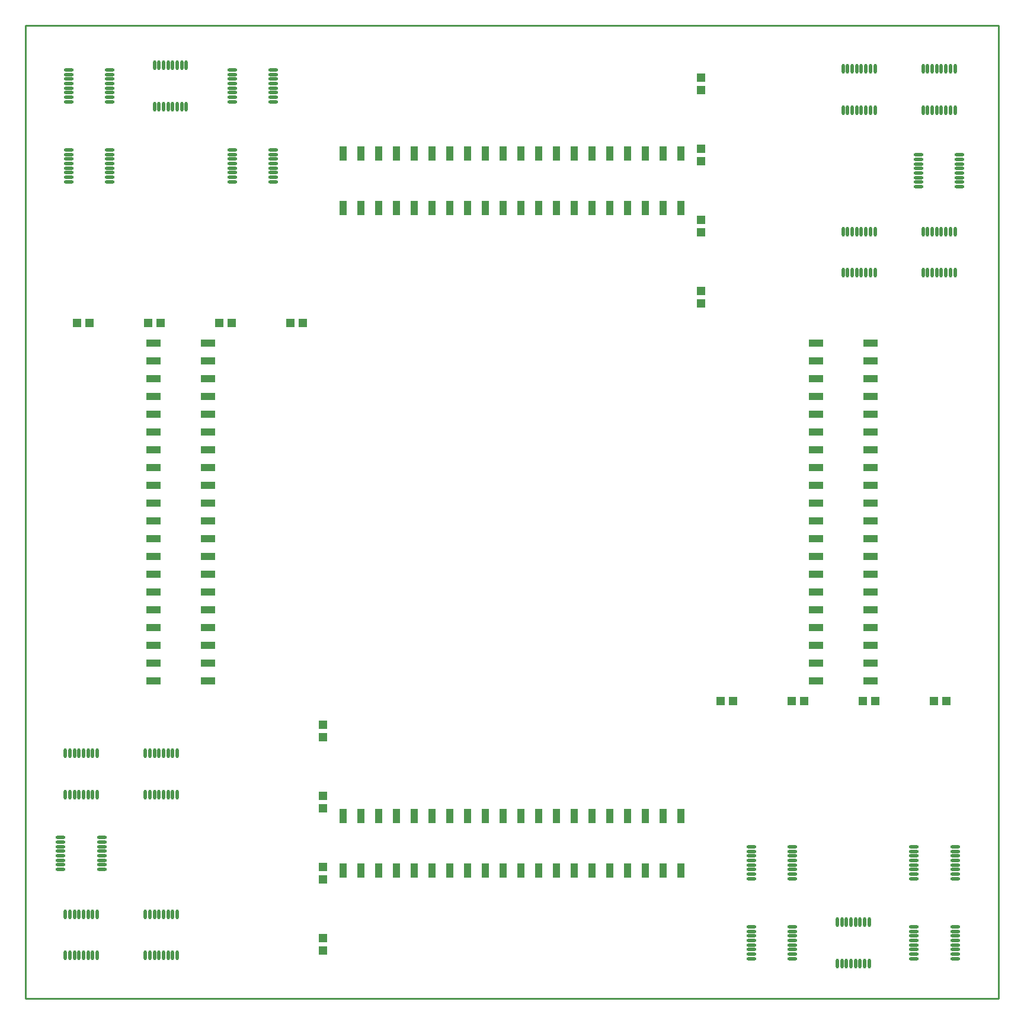
<source format=gbp>
G04 Layer_Color=128*
%FSLAX25Y25*%
%MOIN*%
G70*
G01*
G75*
%ADD11O,0.01870X0.05512*%
%ADD12R,0.03937X0.07874*%
%ADD13R,0.07874X0.03937*%
%ADD14O,0.05512X0.01870*%
%ADD16R,0.05000X0.05000*%
%ADD17R,0.05000X0.05000*%
%ADD19C,0.01000*%
D11*
X456793Y43114D02*
D03*
X459352D02*
D03*
X461911D02*
D03*
X464470D02*
D03*
X467029D02*
D03*
X469589D02*
D03*
X472148D02*
D03*
X474707D02*
D03*
X456793Y19886D02*
D03*
X459352D02*
D03*
X461911D02*
D03*
X464470D02*
D03*
X467029D02*
D03*
X469589D02*
D03*
X472148D02*
D03*
X474707D02*
D03*
X90607Y501886D02*
D03*
X88048D02*
D03*
X85489D02*
D03*
X82929D02*
D03*
X80370D02*
D03*
X77811D02*
D03*
X75252D02*
D03*
X72693D02*
D03*
X90607Y525114D02*
D03*
X88048D02*
D03*
X85489D02*
D03*
X82929D02*
D03*
X80370D02*
D03*
X77811D02*
D03*
X75252D02*
D03*
X72693D02*
D03*
X40457Y114886D02*
D03*
X37898D02*
D03*
X35339D02*
D03*
X32780D02*
D03*
X30220D02*
D03*
X27661D02*
D03*
X25102D02*
D03*
X22543D02*
D03*
X40457Y138114D02*
D03*
X37898D02*
D03*
X35339D02*
D03*
X32780D02*
D03*
X30220D02*
D03*
X27661D02*
D03*
X25102D02*
D03*
X22543D02*
D03*
X67543D02*
D03*
X70102D02*
D03*
X72661D02*
D03*
X75220D02*
D03*
X77780D02*
D03*
X80339D02*
D03*
X82898D02*
D03*
X85457D02*
D03*
X67543Y114886D02*
D03*
X70102D02*
D03*
X72661D02*
D03*
X75220D02*
D03*
X77780D02*
D03*
X80339D02*
D03*
X82898D02*
D03*
X85457D02*
D03*
X505043Y431614D02*
D03*
X507602D02*
D03*
X510161D02*
D03*
X512720D02*
D03*
X515280D02*
D03*
X517839D02*
D03*
X520398D02*
D03*
X522957D02*
D03*
X505043Y408386D02*
D03*
X507602D02*
D03*
X510161D02*
D03*
X512720D02*
D03*
X515280D02*
D03*
X517839D02*
D03*
X520398D02*
D03*
X522957D02*
D03*
X477957D02*
D03*
X475398D02*
D03*
X472839D02*
D03*
X470280D02*
D03*
X467720D02*
D03*
X465161D02*
D03*
X462602D02*
D03*
X460043D02*
D03*
X477957Y431614D02*
D03*
X475398D02*
D03*
X472839D02*
D03*
X470280D02*
D03*
X467720D02*
D03*
X465161D02*
D03*
X462602D02*
D03*
X460043D02*
D03*
X505043Y523114D02*
D03*
X507602D02*
D03*
X510161D02*
D03*
X512720D02*
D03*
X515280D02*
D03*
X517839D02*
D03*
X520398D02*
D03*
X522957D02*
D03*
X505043Y499886D02*
D03*
X507602D02*
D03*
X510161D02*
D03*
X512720D02*
D03*
X515280D02*
D03*
X517839D02*
D03*
X520398D02*
D03*
X522957D02*
D03*
X477957D02*
D03*
X475398D02*
D03*
X472839D02*
D03*
X470280D02*
D03*
X467720D02*
D03*
X465161D02*
D03*
X462602D02*
D03*
X460043D02*
D03*
X477957Y523114D02*
D03*
X475398D02*
D03*
X472839D02*
D03*
X470280D02*
D03*
X467720D02*
D03*
X465161D02*
D03*
X462602D02*
D03*
X460043D02*
D03*
X67543Y47614D02*
D03*
X70102D02*
D03*
X72661D02*
D03*
X75220D02*
D03*
X77780D02*
D03*
X80339D02*
D03*
X82898D02*
D03*
X85457D02*
D03*
X67543Y24386D02*
D03*
X70102D02*
D03*
X72661D02*
D03*
X75220D02*
D03*
X77780D02*
D03*
X80339D02*
D03*
X82898D02*
D03*
X85457D02*
D03*
X40457D02*
D03*
X37898D02*
D03*
X35339D02*
D03*
X32780D02*
D03*
X30220D02*
D03*
X27661D02*
D03*
X25102D02*
D03*
X22543D02*
D03*
X40457Y47614D02*
D03*
X37898D02*
D03*
X35339D02*
D03*
X32780D02*
D03*
X30220D02*
D03*
X27661D02*
D03*
X25102D02*
D03*
X22543D02*
D03*
D12*
X328750Y444646D02*
D03*
X348750D02*
D03*
X358750D02*
D03*
X368750D02*
D03*
X338750D02*
D03*
X288750D02*
D03*
X318750D02*
D03*
X308750D02*
D03*
X298750D02*
D03*
X278750D02*
D03*
X238750D02*
D03*
X268750D02*
D03*
X258750D02*
D03*
X248750D02*
D03*
X228750D02*
D03*
X188750D02*
D03*
X218750D02*
D03*
X208750D02*
D03*
X198750D02*
D03*
X178750D02*
D03*
Y475354D02*
D03*
X198750D02*
D03*
X208750D02*
D03*
X218750D02*
D03*
X188750D02*
D03*
X228750D02*
D03*
X248750D02*
D03*
X258750D02*
D03*
X268750D02*
D03*
X238750D02*
D03*
X278750D02*
D03*
X298750D02*
D03*
X308750D02*
D03*
X318750D02*
D03*
X288750D02*
D03*
X338750D02*
D03*
X368750D02*
D03*
X358750D02*
D03*
X348750D02*
D03*
X328750D02*
D03*
X218750Y102854D02*
D03*
X198750D02*
D03*
X188750D02*
D03*
X178750D02*
D03*
X208750D02*
D03*
X258750D02*
D03*
X228750D02*
D03*
X238750D02*
D03*
X248750D02*
D03*
X268750D02*
D03*
X308750D02*
D03*
X278750D02*
D03*
X288750D02*
D03*
X298750D02*
D03*
X318750D02*
D03*
X358750D02*
D03*
X328750D02*
D03*
X338750D02*
D03*
X348750D02*
D03*
X368750D02*
D03*
Y72146D02*
D03*
X348750D02*
D03*
X338750D02*
D03*
X328750D02*
D03*
X358750D02*
D03*
X318750D02*
D03*
X298750D02*
D03*
X288750D02*
D03*
X278750D02*
D03*
X308750D02*
D03*
X268750D02*
D03*
X248750D02*
D03*
X238750D02*
D03*
X228750D02*
D03*
X258750D02*
D03*
X208750D02*
D03*
X178750D02*
D03*
X188750D02*
D03*
X198750D02*
D03*
X218750D02*
D03*
D13*
X444646Y218750D02*
D03*
Y198750D02*
D03*
Y188750D02*
D03*
Y178750D02*
D03*
Y208750D02*
D03*
Y258750D02*
D03*
Y228750D02*
D03*
Y238750D02*
D03*
Y248750D02*
D03*
Y268750D02*
D03*
Y308750D02*
D03*
Y278750D02*
D03*
Y288750D02*
D03*
Y298750D02*
D03*
Y318750D02*
D03*
Y358750D02*
D03*
Y328750D02*
D03*
Y338750D02*
D03*
Y348750D02*
D03*
Y368750D02*
D03*
X475354D02*
D03*
Y348750D02*
D03*
Y338750D02*
D03*
Y328750D02*
D03*
Y358750D02*
D03*
Y318750D02*
D03*
Y298750D02*
D03*
Y288750D02*
D03*
Y278750D02*
D03*
Y308750D02*
D03*
Y268750D02*
D03*
Y248750D02*
D03*
Y238750D02*
D03*
Y228750D02*
D03*
Y258750D02*
D03*
Y208750D02*
D03*
Y178750D02*
D03*
Y188750D02*
D03*
Y198750D02*
D03*
Y218750D02*
D03*
X102854Y328750D02*
D03*
Y348750D02*
D03*
Y358750D02*
D03*
Y368750D02*
D03*
Y338750D02*
D03*
Y288750D02*
D03*
Y318750D02*
D03*
Y308750D02*
D03*
Y298750D02*
D03*
Y278750D02*
D03*
Y238750D02*
D03*
Y268750D02*
D03*
Y258750D02*
D03*
Y248750D02*
D03*
Y228750D02*
D03*
Y188750D02*
D03*
Y218750D02*
D03*
Y208750D02*
D03*
Y198750D02*
D03*
Y178750D02*
D03*
X72146D02*
D03*
Y198750D02*
D03*
Y208750D02*
D03*
Y218750D02*
D03*
Y188750D02*
D03*
Y228750D02*
D03*
Y248750D02*
D03*
Y258750D02*
D03*
Y268750D02*
D03*
Y238750D02*
D03*
Y278750D02*
D03*
Y298750D02*
D03*
Y308750D02*
D03*
Y318750D02*
D03*
Y288750D02*
D03*
Y338750D02*
D03*
Y368750D02*
D03*
Y358750D02*
D03*
Y348750D02*
D03*
Y328750D02*
D03*
D14*
X43114Y90707D02*
D03*
Y88148D02*
D03*
Y85589D02*
D03*
Y83030D02*
D03*
Y80471D02*
D03*
Y77911D02*
D03*
Y75352D02*
D03*
Y72793D02*
D03*
X19886Y90707D02*
D03*
Y88148D02*
D03*
Y85589D02*
D03*
Y83030D02*
D03*
Y80471D02*
D03*
Y77911D02*
D03*
Y75352D02*
D03*
Y72793D02*
D03*
X525614Y474707D02*
D03*
Y472148D02*
D03*
Y469589D02*
D03*
Y467029D02*
D03*
Y464470D02*
D03*
Y461911D02*
D03*
Y459352D02*
D03*
Y456793D02*
D03*
X502386Y474707D02*
D03*
Y472148D02*
D03*
Y469589D02*
D03*
Y467029D02*
D03*
Y464470D02*
D03*
Y461911D02*
D03*
Y459352D02*
D03*
Y456793D02*
D03*
X499886Y67543D02*
D03*
Y70102D02*
D03*
Y72661D02*
D03*
Y75220D02*
D03*
Y77780D02*
D03*
Y80339D02*
D03*
Y82898D02*
D03*
Y85457D02*
D03*
X523114Y67543D02*
D03*
Y70102D02*
D03*
Y72661D02*
D03*
Y75220D02*
D03*
Y77780D02*
D03*
Y80339D02*
D03*
Y82898D02*
D03*
Y85457D02*
D03*
X431614Y40457D02*
D03*
Y37898D02*
D03*
Y35339D02*
D03*
Y32780D02*
D03*
Y30220D02*
D03*
Y27661D02*
D03*
Y25102D02*
D03*
Y22543D02*
D03*
X408386Y40457D02*
D03*
Y37898D02*
D03*
Y35339D02*
D03*
Y32780D02*
D03*
Y30220D02*
D03*
Y27661D02*
D03*
Y25102D02*
D03*
Y22543D02*
D03*
Y67543D02*
D03*
Y70102D02*
D03*
Y72661D02*
D03*
Y75220D02*
D03*
Y77780D02*
D03*
Y80339D02*
D03*
Y82898D02*
D03*
Y85457D02*
D03*
X431614Y67543D02*
D03*
Y70102D02*
D03*
Y72661D02*
D03*
Y75220D02*
D03*
Y77780D02*
D03*
Y80339D02*
D03*
Y82898D02*
D03*
Y85457D02*
D03*
X47614Y477457D02*
D03*
Y474898D02*
D03*
Y472339D02*
D03*
Y469780D02*
D03*
Y467220D02*
D03*
Y464661D02*
D03*
Y462102D02*
D03*
Y459543D02*
D03*
X24386Y477457D02*
D03*
Y474898D02*
D03*
Y472339D02*
D03*
Y469780D02*
D03*
Y467220D02*
D03*
Y464661D02*
D03*
Y462102D02*
D03*
Y459543D02*
D03*
X139614Y477457D02*
D03*
Y474898D02*
D03*
Y472339D02*
D03*
Y469780D02*
D03*
Y467220D02*
D03*
Y464661D02*
D03*
Y462102D02*
D03*
Y459543D02*
D03*
X116386Y477457D02*
D03*
Y474898D02*
D03*
Y472339D02*
D03*
Y469780D02*
D03*
Y467220D02*
D03*
Y464661D02*
D03*
Y462102D02*
D03*
Y459543D02*
D03*
X116386Y504543D02*
D03*
Y507102D02*
D03*
Y509661D02*
D03*
Y512220D02*
D03*
Y514780D02*
D03*
Y517339D02*
D03*
Y519898D02*
D03*
Y522457D02*
D03*
X139614Y504543D02*
D03*
Y507102D02*
D03*
Y509661D02*
D03*
Y512220D02*
D03*
Y514780D02*
D03*
Y517339D02*
D03*
Y519898D02*
D03*
Y522457D02*
D03*
X523114Y40457D02*
D03*
Y37898D02*
D03*
Y35339D02*
D03*
Y32780D02*
D03*
Y30220D02*
D03*
Y27661D02*
D03*
Y25102D02*
D03*
Y22543D02*
D03*
X499886Y40457D02*
D03*
Y37898D02*
D03*
Y35339D02*
D03*
Y32780D02*
D03*
Y30220D02*
D03*
Y27661D02*
D03*
Y25102D02*
D03*
Y22543D02*
D03*
X24386Y504543D02*
D03*
Y507102D02*
D03*
Y509661D02*
D03*
Y512220D02*
D03*
Y514780D02*
D03*
Y517339D02*
D03*
Y519898D02*
D03*
Y522457D02*
D03*
X47614Y504543D02*
D03*
Y507102D02*
D03*
Y509661D02*
D03*
Y512220D02*
D03*
Y514780D02*
D03*
Y517339D02*
D03*
Y519898D02*
D03*
Y522457D02*
D03*
D16*
X511000Y167500D02*
D03*
X518000D02*
D03*
X431000D02*
D03*
X438000D02*
D03*
X471000D02*
D03*
X478000D02*
D03*
X391000D02*
D03*
X398000D02*
D03*
X156200Y380000D02*
D03*
X149200D02*
D03*
X116200D02*
D03*
X109200D02*
D03*
X76200D02*
D03*
X69200D02*
D03*
X36200D02*
D03*
X29200D02*
D03*
D17*
X167500Y114000D02*
D03*
Y107000D02*
D03*
Y154000D02*
D03*
Y147000D02*
D03*
Y74000D02*
D03*
Y67000D02*
D03*
Y34000D02*
D03*
Y27000D02*
D03*
X380000Y391000D02*
D03*
Y398000D02*
D03*
Y431000D02*
D03*
Y438000D02*
D03*
Y471000D02*
D03*
Y478000D02*
D03*
Y511000D02*
D03*
Y518000D02*
D03*
D19*
X0Y0D02*
Y547500D01*
X547500D01*
Y0D02*
Y547500D01*
X0Y0D02*
X547500D01*
M02*

</source>
